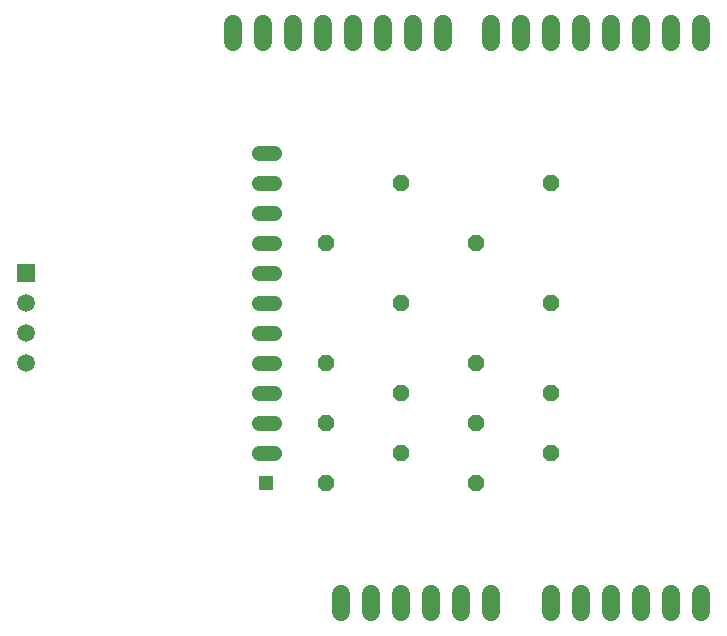
<source format=gbr>
G04 EAGLE Gerber RS-274X export*
G75*
%MOMM*%
%FSLAX34Y34*%
%LPD*%
%INTop Copper*%
%IPPOS*%
%AMOC8*
5,1,8,0,0,1.08239X$1,22.5*%
G01*
%ADD10C,1.524000*%
%ADD11P,1.429621X8X202.500000*%
%ADD12R,1.508000X1.508000*%
%ADD13C,1.508000*%
%ADD14R,1.308000X1.308000*%
%ADD15C,1.308000*%


D10*
X378460Y601980D02*
X378460Y617220D01*
X403860Y617220D02*
X403860Y601980D01*
X429260Y601980D02*
X429260Y617220D01*
X454660Y617220D02*
X454660Y601980D01*
X480060Y601980D02*
X480060Y617220D01*
X505460Y617220D02*
X505460Y601980D01*
X530860Y601980D02*
X530860Y617220D01*
X556260Y617220D02*
X556260Y601980D01*
X596900Y601980D02*
X596900Y617220D01*
X622300Y617220D02*
X622300Y601980D01*
X647700Y601980D02*
X647700Y617220D01*
X673100Y617220D02*
X673100Y601980D01*
X698500Y601980D02*
X698500Y617220D01*
X723900Y617220D02*
X723900Y601980D01*
X749300Y601980D02*
X749300Y617220D01*
X774700Y617220D02*
X774700Y601980D01*
X469900Y134620D02*
X469900Y119380D01*
X495300Y119380D02*
X495300Y134620D01*
X520700Y134620D02*
X520700Y119380D01*
X546100Y119380D02*
X546100Y134620D01*
X571500Y134620D02*
X571500Y119380D01*
X596900Y119380D02*
X596900Y134620D01*
X647700Y134620D02*
X647700Y119380D01*
X673100Y119380D02*
X673100Y134620D01*
X698500Y134620D02*
X698500Y119380D01*
X723900Y119380D02*
X723900Y134620D01*
X749300Y134620D02*
X749300Y119380D01*
X774700Y119380D02*
X774700Y134620D01*
D11*
X584200Y279400D03*
X457200Y279400D03*
X584200Y330200D03*
X457200Y330200D03*
X584200Y228600D03*
X457200Y228600D03*
X647700Y254000D03*
X520700Y254000D03*
X647700Y381000D03*
X520700Y381000D03*
X584200Y431800D03*
X457200Y431800D03*
X647700Y482600D03*
X520700Y482600D03*
X647700Y304800D03*
X520700Y304800D03*
D12*
X203200Y406400D03*
D13*
X203200Y381000D03*
X203200Y355600D03*
X203200Y330200D03*
D14*
X406400Y228600D03*
D15*
X412940Y254000D02*
X399860Y254000D01*
X399860Y279400D02*
X412940Y279400D01*
X412940Y304800D02*
X399860Y304800D01*
X399860Y330200D02*
X412940Y330200D01*
X412940Y355600D02*
X399860Y355600D01*
X399860Y381000D02*
X412940Y381000D01*
X412940Y406400D02*
X399860Y406400D01*
X399860Y431800D02*
X412940Y431800D01*
X412940Y457200D02*
X399860Y457200D01*
X399860Y482600D02*
X412940Y482600D01*
X412940Y508000D02*
X399860Y508000D01*
M02*

</source>
